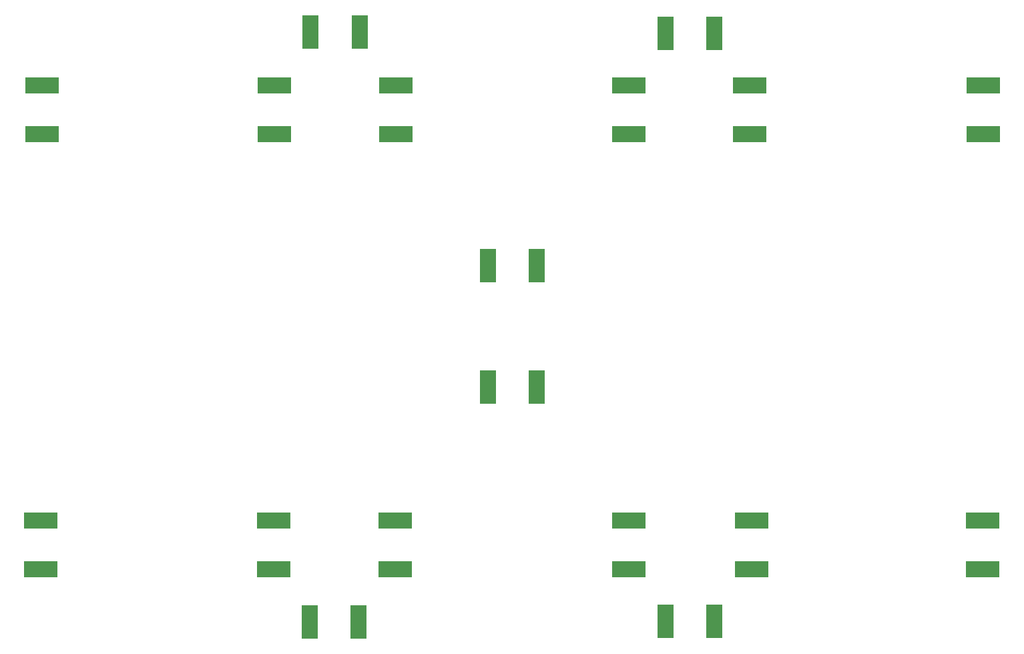
<source format=gbr>
%FSTAX44Y44*%
%MOMM*%
%SFA1B1*%

%IPPOS*%
%ADD14R,4.199992X1.999996*%
%ADD21R,1.999996X4.199992*%
%LNradar_1ghz_paste_bot-1*%
%LPD*%
G54D14*
X00321999Y-00706999D03*
Y-00644999D03*
X00027999Y-00092999D03*
Y-00154999D03*
X00322999D03*
Y-00092999D03*
X00026999Y-00706999D03*
Y-00644999D03*
X00772999Y-00092999D03*
Y-00154999D03*
X01220999Y-00644999D03*
Y-00706999D03*
X00925999Y-00154999D03*
Y-00092999D03*
X00772999Y-00644999D03*
Y-00706999D03*
X00927999D03*
Y-00644999D03*
X01221999Y-00092999D03*
Y-00154999D03*
X00475999Y-00706999D03*
Y-00644999D03*
X00476999Y-00154999D03*
Y-00092999D03*
G54D21*
X00655999Y-00475999D03*
X00593999D03*
X00818999Y-00772999D03*
X00880999D03*
X00367999Y-00773999D03*
X00429999D03*
X00818999Y-00026999D03*
X00880999D03*
X00368999Y-00025999D03*
X00430999D03*
X00655999Y-00321999D03*
X00593999D03*
M02*
</source>
